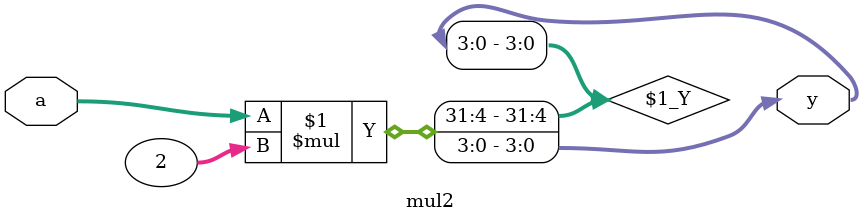
<source format=v>
module mul2(a,y);
input [2:0]a;
output [3:0]y;
assign y = a*2;
endmodule

</source>
